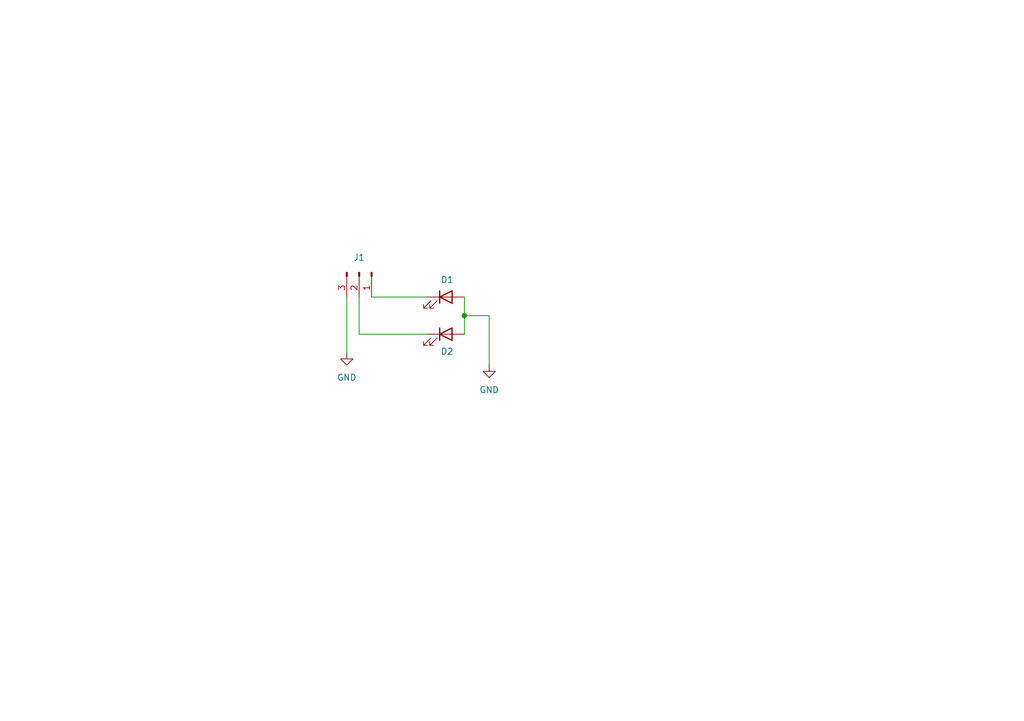
<source format=kicad_sch>
(kicad_sch (version 20231120) (generator "eeschema") (generator_version "8.0")
  (paper "A5")
  (title_block (title "Placa MECA-LEDS") (date "2024-10-28") (rev "1") (company "URJC") (comment 1 "Eva Fernández de la Cruz") (comment 2 "Placa de ejemplo para los LEDS de mecatrónica"))
  (lib_symbols
    (symbol "Connector:Conn_01x03_Pin" (pin_names (offset 1.016) hide)
      (property "Reference" "J" (at 0 5.08 0))
      (property "Value" "Conn_01x03_Pin" (at 0 -5.08 0))
      (symbol "Conn_01x03_Pin_1_1"
        (polyline (pts (xy 1.27 -2.54) (xy 0.8636 -2.54)) (stroke (width 0.1524)))
        (polyline (pts (xy 1.27 0) (xy 0.8636 0)) (stroke (width 0.1524)))
        (polyline (pts (xy 1.27 2.54) (xy 0.8636 2.54)) (stroke (width 0.1524)))
        (rectangle (start 0.8636 -2.413) (end 0 -2.667) (stroke (width 0.1524)) (fill (type outline)))
        (rectangle (start 0.8636 0.127) (end 0 -0.127) (stroke (width 0.1524)) (fill (type outline)))
        (rectangle (start 0.8636 2.667) (end 0 2.413) (stroke (width 0.1524)) (fill (type outline)))
        (pin passive line (at 5.08 2.54 180) (length 3.81) (name "Pin_1") (number "1"))
        (pin passive line (at 5.08 0 180) (length 3.81) (name "Pin_2") (number "2"))
        (pin passive line (at 5.08 -2.54 180) (length 3.81) (name "Pin_3") (number "3"))
      )
    )
    (symbol "Device:LED" (pin_numbers hide) (pin_names (offset 1.016) hide)
      (property "Reference" "D" (at 0 2.54 0))
      (property "Value" "LED" (at 0 -2.54 0))
      (symbol "LED_0_1"
        (polyline (pts (xy -1.27 -1.27) (xy -1.27 1.27)) (stroke (width 0.254)))
        (polyline (pts (xy -1.27 0) (xy 1.27 0)))
        (polyline (pts (xy 1.27 -1.27) (xy 1.27 1.27) (xy -1.27 0) (xy 1.27 -1.27)) (stroke (width 0.254)))
        (polyline (pts (xy -3.048 -0.762) (xy -4.572 -2.286) (xy -3.81 -2.286) (xy -4.572 -2.286) (xy -4.572 -1.524)))
        (polyline (pts (xy -1.778 -0.762) (xy -3.302 -2.286) (xy -2.54 -2.286) (xy -3.302 -2.286) (xy -3.302 -1.524)))
      )
      (symbol "LED_1_1"
        (pin passive line (at -3.81 0 0) (length 2.54) (name "K") (number "1"))
        (pin passive line (at 3.81 0 180) (length 2.54) (name "A") (number "2"))
      )
    )
    (symbol "power:GND" (power) (pin_numbers hide) (pin_names (offset 0) hide)
      (property "Value" "GND" (at 0 -3.81 0))
      (symbol "GND_0_1"
        (polyline (pts (xy 0 0) (xy 0 -1.27) (xy 1.27 -1.27) (xy 0 -2.54) (xy -1.27 -1.27) (xy 0 -1.27)))
      )
      (symbol "GND_1_1"
        (pin power_in line (at 0 0 270) (length 0) (name "~") (number "1"))
      )
    )
  )
  (junction (at 95.25 64.77))
  (wire (pts (xy 71.12 60.96) (xy 71.12 72.39)))
  (wire (pts (xy 100.33 64.77) (xy 95.25 64.77)))
  (wire (pts (xy 73.66 68.58) (xy 87.63 68.58)))
  (wire (pts (xy 95.25 64.77) (xy 95.25 68.58)))
  (wire (pts (xy 95.25 60.96) (xy 95.25 64.77)))
  (wire (pts (xy 73.66 60.96) (xy 73.66 68.58)))
  (wire (pts (xy 100.33 74.93) (xy 100.33 64.77)))
  (wire (pts (xy 76.2 60.96) (xy 87.63 60.96)))
  (symbol (lib_id "Connector:Conn_01x03_Pin") (at 73.66 55.88 270) (unit 1)
    (property "Reference" "J1" (at 73.66 52.832 90))
    (property "Value" "Conn_01x03_Pin" (effects (hide yes)))
    (property "Description" "Generic connector, single row, 01x03, script generated" (effects (hide yes)))
  )
  (symbol (lib_id "Device:LED") (at 91.44 68.58 0) (unit 1)
    (property "Reference" "D2" (at 91.694 72.136 0))
    (property "Value" "LED" (effects (hide yes)))
    (property "Description" "Light emitting diode" (effects (hide yes)))
  )
  (symbol (lib_id "power:GND") (at 71.12 72.39 0) (unit 1)
    (property "Reference" "#PWR01" (effects (hide yes)))
    (property "Value" "GND" (at 71.12 77.47 0))
    (property "Description" "Power symbol creates a global label with name \"GND\" , ground" (effects (hide yes)))
  )
  (symbol (lib_id "Device:LED") (at 91.44 60.96 0) (unit 1)
    (property "Reference" "D1" (at 91.694 57.404 0))
    (property "Value" "LED" (effects (hide yes)))
    (property "Description" "Light emitting diode" (effects (hide yes)))
  )
  (symbol (lib_id "power:GND") (at 100.33 74.93 0) (unit 1)
    (property "Reference" "#PWR02" (effects (hide yes)))
    (property "Value" "GND" (at 100.33 80.01 0))
    (property "Description" "Power symbol creates a global label with name \"GND\" , ground" (effects (hide yes)))
  )
)
</source>
